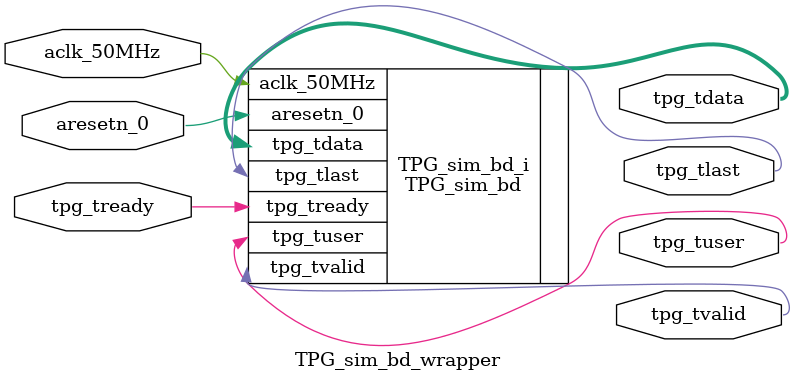
<source format=v>
`timescale 1 ps / 1 ps

module TPG_sim_bd_wrapper
   (aclk_50MHz,
    aresetn_0,
    tpg_tdata,
    tpg_tlast,
    tpg_tready,
    tpg_tuser,
    tpg_tvalid);
  input aclk_50MHz;
  input aresetn_0;
  output [23:0]tpg_tdata;
  output [0:0]tpg_tlast;
  input tpg_tready;
  output [0:0]tpg_tuser;
  output tpg_tvalid;

  wire aclk_50MHz;
  wire aresetn_0;
  wire [23:0]tpg_tdata;
  wire [0:0]tpg_tlast;
  wire tpg_tready;
  wire [0:0]tpg_tuser;
  wire tpg_tvalid;

  TPG_sim_bd TPG_sim_bd_i
       (.aclk_50MHz(aclk_50MHz),
        .aresetn_0(aresetn_0),
        .tpg_tdata(tpg_tdata),
        .tpg_tlast(tpg_tlast),
        .tpg_tready(tpg_tready),
        .tpg_tuser(tpg_tuser),
        .tpg_tvalid(tpg_tvalid));
endmodule

</source>
